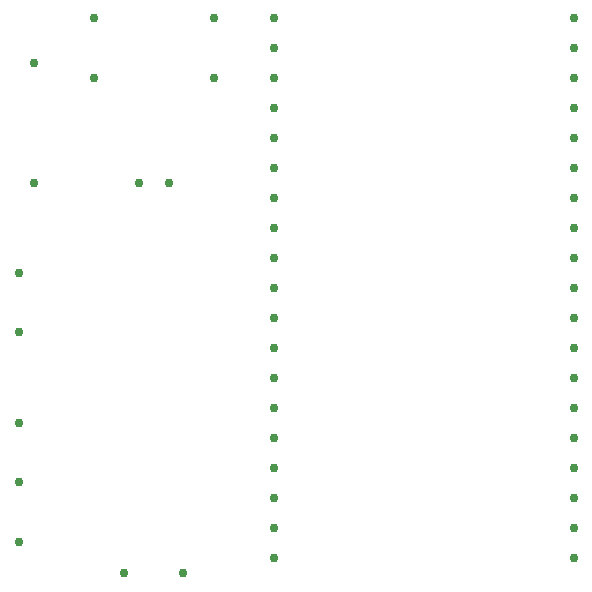
<source format=gbr>
G04 PROTEUS GERBER X2 FILE*
%TF.GenerationSoftware,Labcenter,Proteus,8.17-SP2-Build37159*%
%TF.CreationDate,2024-06-14T20:57:10+00:00*%
%TF.FileFunction,Plated,1,2,PTH*%
%TF.FilePolarity,Positive*%
%TF.Part,Single*%
%TF.SameCoordinates,{55591e3b-a6ba-419d-b1af-bbe9e4acfd0b}*%
%FSLAX45Y45*%
%MOMM*%
G01*
%TA.AperFunction,ComponentDrill*%
%ADD18C,0.762000*%
%TD.AperFunction*%
D18*
X-254000Y-2286000D03*
X-254000Y-2032000D03*
X-254000Y-1778000D03*
X-254000Y-1524000D03*
X-254000Y-1270000D03*
X-254000Y-1016000D03*
X-254000Y-762000D03*
X-254000Y-508000D03*
X-254000Y-254000D03*
X-254000Y+0D03*
X-254000Y+254000D03*
X-254000Y+508000D03*
X-254000Y+762000D03*
X-254000Y+1016000D03*
X-254000Y+1270000D03*
X-254000Y+1524000D03*
X-254000Y+1778000D03*
X-254000Y+2032000D03*
X-254000Y+2286000D03*
X+2286000Y-2286000D03*
X+2286000Y-2032000D03*
X+2286000Y-1778000D03*
X+2286000Y-1524000D03*
X+2286000Y-1270000D03*
X+2286000Y-1016000D03*
X+2286000Y-762000D03*
X+2286000Y-508000D03*
X+2286000Y-254000D03*
X+2286000Y+0D03*
X+2286000Y+254000D03*
X+2286000Y+508000D03*
X+2286000Y+762000D03*
X+2286000Y+1016000D03*
X+2286000Y+1270000D03*
X+2286000Y+1524000D03*
X+2286000Y+1778000D03*
X+2286000Y+2032000D03*
X+2286000Y+2286000D03*
X-2413000Y+127000D03*
X-2413000Y-373000D03*
X-1397000Y+889000D03*
X-1143000Y+889000D03*
X-1778000Y+2286000D03*
X-762000Y+2286000D03*
X-1778000Y+1778000D03*
X-762000Y+1778000D03*
X-2286000Y+889000D03*
X-2286000Y+1905000D03*
X-2413000Y-1143000D03*
X-2413000Y-1643000D03*
X-2413000Y-2143000D03*
X-1524000Y-2413000D03*
X-1024000Y-2413000D03*
M02*

</source>
